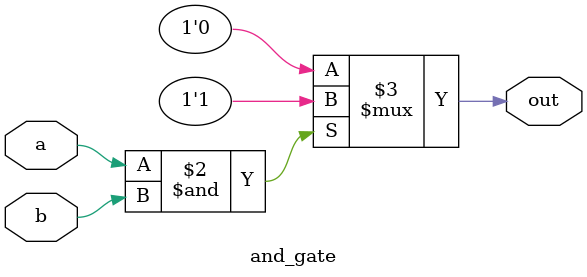
<source format=v>
module and_gate(
    input a, 
    input b,
    output reg out
);

    always @(*) begin
        out = (a & b) ? 1'b1 : 1'b0;
    end

endmodule
</source>
